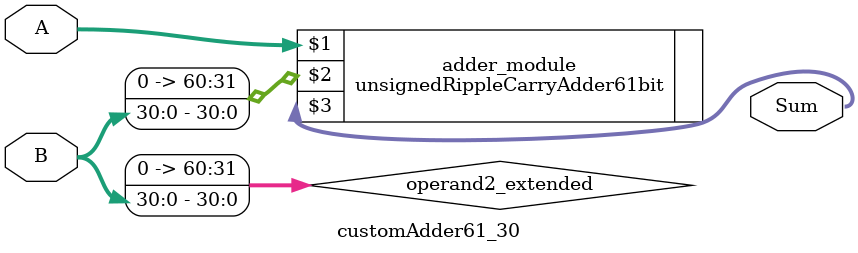
<source format=v>
module customAdder61_30(
                        input [60 : 0] A,
                        input [30 : 0] B,
                        
                        output [61 : 0] Sum
                );

        wire [60 : 0] operand2_extended;
        
        assign operand2_extended =  {30'b0, B};
        
        unsignedRippleCarryAdder61bit adder_module(
            A,
            operand2_extended,
            Sum
        );
        
        endmodule
        
</source>
